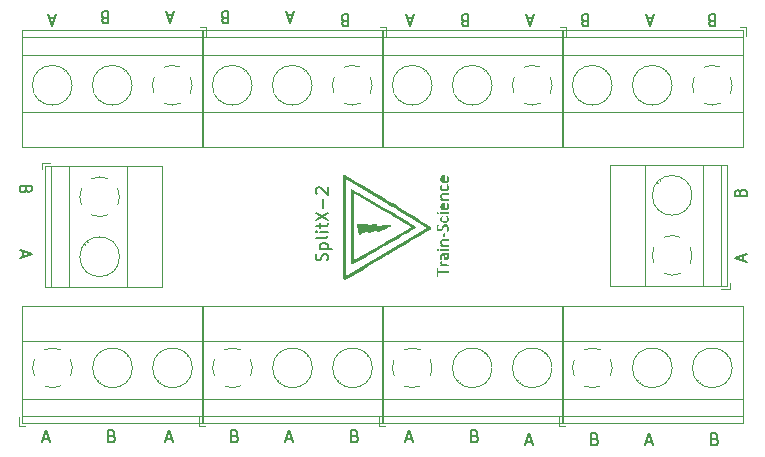
<source format=gbr>
%TF.GenerationSoftware,KiCad,Pcbnew,8.0.2*%
%TF.CreationDate,2024-10-28T21:49:57+01:00*%
%TF.ProjectId,SplitX_2,53706c69-7458-45f3-922e-6b696361645f,rev?*%
%TF.SameCoordinates,Original*%
%TF.FileFunction,Legend,Top*%
%TF.FilePolarity,Positive*%
%FSLAX46Y46*%
G04 Gerber Fmt 4.6, Leading zero omitted, Abs format (unit mm)*
G04 Created by KiCad (PCBNEW 8.0.2) date 2024-10-28 21:49:57*
%MOMM*%
%LPD*%
G01*
G04 APERTURE LIST*
%ADD10C,0.150000*%
%ADD11C,0.120000*%
%ADD12C,0.000000*%
%ADD13R,2.600000X2.600000*%
%ADD14C,2.600000*%
%ADD15C,3.200000*%
G04 APERTURE END LIST*
D10*
X245134190Y-74083104D02*
X245610380Y-74083104D01*
X245038952Y-74368819D02*
X245372285Y-73368819D01*
X245372285Y-73368819D02*
X245705618Y-74368819D01*
X250943715Y-73845009D02*
X251086572Y-73892628D01*
X251086572Y-73892628D02*
X251134191Y-73940247D01*
X251134191Y-73940247D02*
X251181810Y-74035485D01*
X251181810Y-74035485D02*
X251181810Y-74178342D01*
X251181810Y-74178342D02*
X251134191Y-74273580D01*
X251134191Y-74273580D02*
X251086572Y-74321200D01*
X251086572Y-74321200D02*
X250991334Y-74368819D01*
X250991334Y-74368819D02*
X250610382Y-74368819D01*
X250610382Y-74368819D02*
X250610382Y-73368819D01*
X250610382Y-73368819D02*
X250943715Y-73368819D01*
X250943715Y-73368819D02*
X251038953Y-73416438D01*
X251038953Y-73416438D02*
X251086572Y-73464057D01*
X251086572Y-73464057D02*
X251134191Y-73559295D01*
X251134191Y-73559295D02*
X251134191Y-73654533D01*
X251134191Y-73654533D02*
X251086572Y-73749771D01*
X251086572Y-73749771D02*
X251038953Y-73797390D01*
X251038953Y-73797390D02*
X250943715Y-73845009D01*
X250943715Y-73845009D02*
X250610382Y-73845009D01*
X250626571Y-38422990D02*
X250483714Y-38375371D01*
X250483714Y-38375371D02*
X250436095Y-38327752D01*
X250436095Y-38327752D02*
X250388476Y-38232514D01*
X250388476Y-38232514D02*
X250388476Y-38089657D01*
X250388476Y-38089657D02*
X250436095Y-37994419D01*
X250436095Y-37994419D02*
X250483714Y-37946800D01*
X250483714Y-37946800D02*
X250578952Y-37899180D01*
X250578952Y-37899180D02*
X250959904Y-37899180D01*
X250959904Y-37899180D02*
X250959904Y-38899180D01*
X250959904Y-38899180D02*
X250626571Y-38899180D01*
X250626571Y-38899180D02*
X250531333Y-38851561D01*
X250531333Y-38851561D02*
X250483714Y-38803942D01*
X250483714Y-38803942D02*
X250436095Y-38708704D01*
X250436095Y-38708704D02*
X250436095Y-38613466D01*
X250436095Y-38613466D02*
X250483714Y-38518228D01*
X250483714Y-38518228D02*
X250531333Y-38470609D01*
X250531333Y-38470609D02*
X250626571Y-38422990D01*
X250626571Y-38422990D02*
X250959904Y-38422990D01*
X235523809Y-38184895D02*
X235047619Y-38184895D01*
X235619047Y-37899180D02*
X235285714Y-38899180D01*
X235285714Y-38899180D02*
X234952381Y-37899180D01*
X229714284Y-38422990D02*
X229571427Y-38375371D01*
X229571427Y-38375371D02*
X229523808Y-38327752D01*
X229523808Y-38327752D02*
X229476189Y-38232514D01*
X229476189Y-38232514D02*
X229476189Y-38089657D01*
X229476189Y-38089657D02*
X229523808Y-37994419D01*
X229523808Y-37994419D02*
X229571427Y-37946800D01*
X229571427Y-37946800D02*
X229666665Y-37899180D01*
X229666665Y-37899180D02*
X230047617Y-37899180D01*
X230047617Y-37899180D02*
X230047617Y-38899180D01*
X230047617Y-38899180D02*
X229714284Y-38899180D01*
X229714284Y-38899180D02*
X229619046Y-38851561D01*
X229619046Y-38851561D02*
X229571427Y-38803942D01*
X229571427Y-38803942D02*
X229523808Y-38708704D01*
X229523808Y-38708704D02*
X229523808Y-38613466D01*
X229523808Y-38613466D02*
X229571427Y-38518228D01*
X229571427Y-38518228D02*
X229619046Y-38470609D01*
X229619046Y-38470609D02*
X229714284Y-38422990D01*
X229714284Y-38422990D02*
X230047617Y-38422990D01*
X214654190Y-73829104D02*
X215130380Y-73829104D01*
X214558952Y-74114819D02*
X214892285Y-73114819D01*
X214892285Y-73114819D02*
X215225618Y-74114819D01*
X220463715Y-73591009D02*
X220606572Y-73638628D01*
X220606572Y-73638628D02*
X220654191Y-73686247D01*
X220654191Y-73686247D02*
X220701810Y-73781485D01*
X220701810Y-73781485D02*
X220701810Y-73924342D01*
X220701810Y-73924342D02*
X220654191Y-74019580D01*
X220654191Y-74019580D02*
X220606572Y-74067200D01*
X220606572Y-74067200D02*
X220511334Y-74114819D01*
X220511334Y-74114819D02*
X220130382Y-74114819D01*
X220130382Y-74114819D02*
X220130382Y-73114819D01*
X220130382Y-73114819D02*
X220463715Y-73114819D01*
X220463715Y-73114819D02*
X220558953Y-73162438D01*
X220558953Y-73162438D02*
X220606572Y-73210057D01*
X220606572Y-73210057D02*
X220654191Y-73305295D01*
X220654191Y-73305295D02*
X220654191Y-73400533D01*
X220654191Y-73400533D02*
X220606572Y-73495771D01*
X220606572Y-73495771D02*
X220558953Y-73543390D01*
X220558953Y-73543390D02*
X220463715Y-73591009D01*
X220463715Y-73591009D02*
X220130382Y-73591009D01*
X245683809Y-38184895D02*
X245207619Y-38184895D01*
X245779047Y-37899180D02*
X245445714Y-38899180D01*
X245445714Y-38899180D02*
X245112381Y-37899180D01*
X239874284Y-38422990D02*
X239731427Y-38375371D01*
X239731427Y-38375371D02*
X239683808Y-38327752D01*
X239683808Y-38327752D02*
X239636189Y-38232514D01*
X239636189Y-38232514D02*
X239636189Y-38089657D01*
X239636189Y-38089657D02*
X239683808Y-37994419D01*
X239683808Y-37994419D02*
X239731427Y-37946800D01*
X239731427Y-37946800D02*
X239826665Y-37899180D01*
X239826665Y-37899180D02*
X240207617Y-37899180D01*
X240207617Y-37899180D02*
X240207617Y-38899180D01*
X240207617Y-38899180D02*
X239874284Y-38899180D01*
X239874284Y-38899180D02*
X239779046Y-38851561D01*
X239779046Y-38851561D02*
X239731427Y-38803942D01*
X239731427Y-38803942D02*
X239683808Y-38708704D01*
X239683808Y-38708704D02*
X239683808Y-38613466D01*
X239683808Y-38613466D02*
X239731427Y-38518228D01*
X239731427Y-38518228D02*
X239779046Y-38470609D01*
X239779046Y-38470609D02*
X239874284Y-38422990D01*
X239874284Y-38422990D02*
X240207617Y-38422990D01*
X224814190Y-73829104D02*
X225290380Y-73829104D01*
X224718952Y-74114819D02*
X225052285Y-73114819D01*
X225052285Y-73114819D02*
X225385618Y-74114819D01*
X230623715Y-73591009D02*
X230766572Y-73638628D01*
X230766572Y-73638628D02*
X230814191Y-73686247D01*
X230814191Y-73686247D02*
X230861810Y-73781485D01*
X230861810Y-73781485D02*
X230861810Y-73924342D01*
X230861810Y-73924342D02*
X230814191Y-74019580D01*
X230814191Y-74019580D02*
X230766572Y-74067200D01*
X230766572Y-74067200D02*
X230671334Y-74114819D01*
X230671334Y-74114819D02*
X230290382Y-74114819D01*
X230290382Y-74114819D02*
X230290382Y-73114819D01*
X230290382Y-73114819D02*
X230623715Y-73114819D01*
X230623715Y-73114819D02*
X230718953Y-73162438D01*
X230718953Y-73162438D02*
X230766572Y-73210057D01*
X230766572Y-73210057D02*
X230814191Y-73305295D01*
X230814191Y-73305295D02*
X230814191Y-73400533D01*
X230814191Y-73400533D02*
X230766572Y-73495771D01*
X230766572Y-73495771D02*
X230718953Y-73543390D01*
X230718953Y-73543390D02*
X230623715Y-73591009D01*
X230623715Y-73591009D02*
X230290382Y-73591009D01*
X218085200Y-58721237D02*
X218132819Y-58578380D01*
X218132819Y-58578380D02*
X218132819Y-58340285D01*
X218132819Y-58340285D02*
X218085200Y-58245047D01*
X218085200Y-58245047D02*
X218037580Y-58197428D01*
X218037580Y-58197428D02*
X217942342Y-58149809D01*
X217942342Y-58149809D02*
X217847104Y-58149809D01*
X217847104Y-58149809D02*
X217751866Y-58197428D01*
X217751866Y-58197428D02*
X217704247Y-58245047D01*
X217704247Y-58245047D02*
X217656628Y-58340285D01*
X217656628Y-58340285D02*
X217609009Y-58530761D01*
X217609009Y-58530761D02*
X217561390Y-58625999D01*
X217561390Y-58625999D02*
X217513771Y-58673618D01*
X217513771Y-58673618D02*
X217418533Y-58721237D01*
X217418533Y-58721237D02*
X217323295Y-58721237D01*
X217323295Y-58721237D02*
X217228057Y-58673618D01*
X217228057Y-58673618D02*
X217180438Y-58625999D01*
X217180438Y-58625999D02*
X217132819Y-58530761D01*
X217132819Y-58530761D02*
X217132819Y-58292666D01*
X217132819Y-58292666D02*
X217180438Y-58149809D01*
X217466152Y-57721237D02*
X218466152Y-57721237D01*
X217513771Y-57721237D02*
X217466152Y-57625999D01*
X217466152Y-57625999D02*
X217466152Y-57435523D01*
X217466152Y-57435523D02*
X217513771Y-57340285D01*
X217513771Y-57340285D02*
X217561390Y-57292666D01*
X217561390Y-57292666D02*
X217656628Y-57245047D01*
X217656628Y-57245047D02*
X217942342Y-57245047D01*
X217942342Y-57245047D02*
X218037580Y-57292666D01*
X218037580Y-57292666D02*
X218085200Y-57340285D01*
X218085200Y-57340285D02*
X218132819Y-57435523D01*
X218132819Y-57435523D02*
X218132819Y-57625999D01*
X218132819Y-57625999D02*
X218085200Y-57721237D01*
X218132819Y-56673618D02*
X218085200Y-56768856D01*
X218085200Y-56768856D02*
X217989961Y-56816475D01*
X217989961Y-56816475D02*
X217132819Y-56816475D01*
X218132819Y-56292665D02*
X217466152Y-56292665D01*
X217132819Y-56292665D02*
X217180438Y-56340284D01*
X217180438Y-56340284D02*
X217228057Y-56292665D01*
X217228057Y-56292665D02*
X217180438Y-56245046D01*
X217180438Y-56245046D02*
X217132819Y-56292665D01*
X217132819Y-56292665D02*
X217228057Y-56292665D01*
X217466152Y-55959332D02*
X217466152Y-55578380D01*
X217132819Y-55816475D02*
X217989961Y-55816475D01*
X217989961Y-55816475D02*
X218085200Y-55768856D01*
X218085200Y-55768856D02*
X218132819Y-55673618D01*
X218132819Y-55673618D02*
X218132819Y-55578380D01*
X217132819Y-55340284D02*
X218132819Y-54673618D01*
X217132819Y-54673618D02*
X218132819Y-55340284D01*
X217751866Y-54292665D02*
X217751866Y-53530761D01*
X217228057Y-53102189D02*
X217180438Y-53054570D01*
X217180438Y-53054570D02*
X217132819Y-52959332D01*
X217132819Y-52959332D02*
X217132819Y-52721237D01*
X217132819Y-52721237D02*
X217180438Y-52625999D01*
X217180438Y-52625999D02*
X217228057Y-52578380D01*
X217228057Y-52578380D02*
X217323295Y-52530761D01*
X217323295Y-52530761D02*
X217418533Y-52530761D01*
X217418533Y-52530761D02*
X217561390Y-52578380D01*
X217561390Y-52578380D02*
X218132819Y-53149808D01*
X218132819Y-53149808D02*
X218132819Y-52530761D01*
X205043809Y-37930895D02*
X204567619Y-37930895D01*
X205139047Y-37645180D02*
X204805714Y-38645180D01*
X204805714Y-38645180D02*
X204472381Y-37645180D01*
X199234284Y-38168990D02*
X199091427Y-38121371D01*
X199091427Y-38121371D02*
X199043808Y-38073752D01*
X199043808Y-38073752D02*
X198996189Y-37978514D01*
X198996189Y-37978514D02*
X198996189Y-37835657D01*
X198996189Y-37835657D02*
X199043808Y-37740419D01*
X199043808Y-37740419D02*
X199091427Y-37692800D01*
X199091427Y-37692800D02*
X199186665Y-37645180D01*
X199186665Y-37645180D02*
X199567617Y-37645180D01*
X199567617Y-37645180D02*
X199567617Y-38645180D01*
X199567617Y-38645180D02*
X199234284Y-38645180D01*
X199234284Y-38645180D02*
X199139046Y-38597561D01*
X199139046Y-38597561D02*
X199091427Y-38549942D01*
X199091427Y-38549942D02*
X199043808Y-38454704D01*
X199043808Y-38454704D02*
X199043808Y-38359466D01*
X199043808Y-38359466D02*
X199091427Y-38264228D01*
X199091427Y-38264228D02*
X199139046Y-38216609D01*
X199139046Y-38216609D02*
X199234284Y-38168990D01*
X199234284Y-38168990D02*
X199567617Y-38168990D01*
X225363809Y-38184895D02*
X224887619Y-38184895D01*
X225459047Y-37899180D02*
X225125714Y-38899180D01*
X225125714Y-38899180D02*
X224792381Y-37899180D01*
X219554284Y-38422990D02*
X219411427Y-38375371D01*
X219411427Y-38375371D02*
X219363808Y-38327752D01*
X219363808Y-38327752D02*
X219316189Y-38232514D01*
X219316189Y-38232514D02*
X219316189Y-38089657D01*
X219316189Y-38089657D02*
X219363808Y-37994419D01*
X219363808Y-37994419D02*
X219411427Y-37946800D01*
X219411427Y-37946800D02*
X219506665Y-37899180D01*
X219506665Y-37899180D02*
X219887617Y-37899180D01*
X219887617Y-37899180D02*
X219887617Y-38899180D01*
X219887617Y-38899180D02*
X219554284Y-38899180D01*
X219554284Y-38899180D02*
X219459046Y-38851561D01*
X219459046Y-38851561D02*
X219411427Y-38803942D01*
X219411427Y-38803942D02*
X219363808Y-38708704D01*
X219363808Y-38708704D02*
X219363808Y-38613466D01*
X219363808Y-38613466D02*
X219411427Y-38518228D01*
X219411427Y-38518228D02*
X219459046Y-38470609D01*
X219459046Y-38470609D02*
X219554284Y-38422990D01*
X219554284Y-38422990D02*
X219887617Y-38422990D01*
X204494190Y-73829104D02*
X204970380Y-73829104D01*
X204398952Y-74114819D02*
X204732285Y-73114819D01*
X204732285Y-73114819D02*
X205065618Y-74114819D01*
X210303715Y-73591009D02*
X210446572Y-73638628D01*
X210446572Y-73638628D02*
X210494191Y-73686247D01*
X210494191Y-73686247D02*
X210541810Y-73781485D01*
X210541810Y-73781485D02*
X210541810Y-73924342D01*
X210541810Y-73924342D02*
X210494191Y-74019580D01*
X210494191Y-74019580D02*
X210446572Y-74067200D01*
X210446572Y-74067200D02*
X210351334Y-74114819D01*
X210351334Y-74114819D02*
X209970382Y-74114819D01*
X209970382Y-74114819D02*
X209970382Y-73114819D01*
X209970382Y-73114819D02*
X210303715Y-73114819D01*
X210303715Y-73114819D02*
X210398953Y-73162438D01*
X210398953Y-73162438D02*
X210446572Y-73210057D01*
X210446572Y-73210057D02*
X210494191Y-73305295D01*
X210494191Y-73305295D02*
X210494191Y-73400533D01*
X210494191Y-73400533D02*
X210446572Y-73495771D01*
X210446572Y-73495771D02*
X210398953Y-73543390D01*
X210398953Y-73543390D02*
X210303715Y-73591009D01*
X210303715Y-73591009D02*
X209970382Y-73591009D01*
X215203809Y-37930895D02*
X214727619Y-37930895D01*
X215299047Y-37645180D02*
X214965714Y-38645180D01*
X214965714Y-38645180D02*
X214632381Y-37645180D01*
X209394284Y-38168990D02*
X209251427Y-38121371D01*
X209251427Y-38121371D02*
X209203808Y-38073752D01*
X209203808Y-38073752D02*
X209156189Y-37978514D01*
X209156189Y-37978514D02*
X209156189Y-37835657D01*
X209156189Y-37835657D02*
X209203808Y-37740419D01*
X209203808Y-37740419D02*
X209251427Y-37692800D01*
X209251427Y-37692800D02*
X209346665Y-37645180D01*
X209346665Y-37645180D02*
X209727617Y-37645180D01*
X209727617Y-37645180D02*
X209727617Y-38645180D01*
X209727617Y-38645180D02*
X209394284Y-38645180D01*
X209394284Y-38645180D02*
X209299046Y-38597561D01*
X209299046Y-38597561D02*
X209251427Y-38549942D01*
X209251427Y-38549942D02*
X209203808Y-38454704D01*
X209203808Y-38454704D02*
X209203808Y-38359466D01*
X209203808Y-38359466D02*
X209251427Y-38264228D01*
X209251427Y-38264228D02*
X209299046Y-38216609D01*
X209299046Y-38216609D02*
X209394284Y-38168990D01*
X209394284Y-38168990D02*
X209727617Y-38168990D01*
X192600990Y-52729142D02*
X192553371Y-52871999D01*
X192553371Y-52871999D02*
X192505752Y-52919618D01*
X192505752Y-52919618D02*
X192410514Y-52967237D01*
X192410514Y-52967237D02*
X192267657Y-52967237D01*
X192267657Y-52967237D02*
X192172419Y-52919618D01*
X192172419Y-52919618D02*
X192124800Y-52871999D01*
X192124800Y-52871999D02*
X192077180Y-52776761D01*
X192077180Y-52776761D02*
X192077180Y-52395809D01*
X192077180Y-52395809D02*
X193077180Y-52395809D01*
X193077180Y-52395809D02*
X193077180Y-52729142D01*
X193077180Y-52729142D02*
X193029561Y-52824380D01*
X193029561Y-52824380D02*
X192981942Y-52871999D01*
X192981942Y-52871999D02*
X192886704Y-52919618D01*
X192886704Y-52919618D02*
X192791466Y-52919618D01*
X192791466Y-52919618D02*
X192696228Y-52871999D01*
X192696228Y-52871999D02*
X192648609Y-52824380D01*
X192648609Y-52824380D02*
X192600990Y-52729142D01*
X192600990Y-52729142D02*
X192600990Y-52395809D01*
X192362895Y-57919620D02*
X192362895Y-58395810D01*
X192077180Y-57824382D02*
X193077180Y-58157715D01*
X193077180Y-58157715D02*
X192077180Y-58491048D01*
X194080190Y-73829104D02*
X194556380Y-73829104D01*
X193984952Y-74114819D02*
X194318285Y-73114819D01*
X194318285Y-73114819D02*
X194651618Y-74114819D01*
X199889715Y-73591009D02*
X200032572Y-73638628D01*
X200032572Y-73638628D02*
X200080191Y-73686247D01*
X200080191Y-73686247D02*
X200127810Y-73781485D01*
X200127810Y-73781485D02*
X200127810Y-73924342D01*
X200127810Y-73924342D02*
X200080191Y-74019580D01*
X200080191Y-74019580D02*
X200032572Y-74067200D01*
X200032572Y-74067200D02*
X199937334Y-74114819D01*
X199937334Y-74114819D02*
X199556382Y-74114819D01*
X199556382Y-74114819D02*
X199556382Y-73114819D01*
X199556382Y-73114819D02*
X199889715Y-73114819D01*
X199889715Y-73114819D02*
X199984953Y-73162438D01*
X199984953Y-73162438D02*
X200032572Y-73210057D01*
X200032572Y-73210057D02*
X200080191Y-73305295D01*
X200080191Y-73305295D02*
X200080191Y-73400533D01*
X200080191Y-73400533D02*
X200032572Y-73495771D01*
X200032572Y-73495771D02*
X199984953Y-73543390D01*
X199984953Y-73543390D02*
X199889715Y-73591009D01*
X199889715Y-73591009D02*
X199556382Y-73591009D01*
X195056094Y-38184895D02*
X194579904Y-38184895D01*
X195151332Y-37899180D02*
X194817999Y-38899180D01*
X194817999Y-38899180D02*
X194484666Y-37899180D01*
X234974190Y-74083104D02*
X235450380Y-74083104D01*
X234878952Y-74368819D02*
X235212285Y-73368819D01*
X235212285Y-73368819D02*
X235545618Y-74368819D01*
X240783715Y-73845009D02*
X240926572Y-73892628D01*
X240926572Y-73892628D02*
X240974191Y-73940247D01*
X240974191Y-73940247D02*
X241021810Y-74035485D01*
X241021810Y-74035485D02*
X241021810Y-74178342D01*
X241021810Y-74178342D02*
X240974191Y-74273580D01*
X240974191Y-74273580D02*
X240926572Y-74321200D01*
X240926572Y-74321200D02*
X240831334Y-74368819D01*
X240831334Y-74368819D02*
X240450382Y-74368819D01*
X240450382Y-74368819D02*
X240450382Y-73368819D01*
X240450382Y-73368819D02*
X240783715Y-73368819D01*
X240783715Y-73368819D02*
X240878953Y-73416438D01*
X240878953Y-73416438D02*
X240926572Y-73464057D01*
X240926572Y-73464057D02*
X240974191Y-73559295D01*
X240974191Y-73559295D02*
X240974191Y-73654533D01*
X240974191Y-73654533D02*
X240926572Y-73749771D01*
X240926572Y-73749771D02*
X240878953Y-73797390D01*
X240878953Y-73797390D02*
X240783715Y-73845009D01*
X240783715Y-73845009D02*
X240450382Y-73845009D01*
X253316104Y-58769809D02*
X253316104Y-58293619D01*
X253601819Y-58865047D02*
X252601819Y-58531714D01*
X252601819Y-58531714D02*
X253601819Y-58198381D01*
X253078009Y-52960284D02*
X253125628Y-52817427D01*
X253125628Y-52817427D02*
X253173247Y-52769808D01*
X253173247Y-52769808D02*
X253268485Y-52722189D01*
X253268485Y-52722189D02*
X253411342Y-52722189D01*
X253411342Y-52722189D02*
X253506580Y-52769808D01*
X253506580Y-52769808D02*
X253554200Y-52817427D01*
X253554200Y-52817427D02*
X253601819Y-52912665D01*
X253601819Y-52912665D02*
X253601819Y-53293617D01*
X253601819Y-53293617D02*
X252601819Y-53293617D01*
X252601819Y-53293617D02*
X252601819Y-52960284D01*
X252601819Y-52960284D02*
X252649438Y-52865046D01*
X252649438Y-52865046D02*
X252697057Y-52817427D01*
X252697057Y-52817427D02*
X252792295Y-52769808D01*
X252792295Y-52769808D02*
X252887533Y-52769808D01*
X252887533Y-52769808D02*
X252982771Y-52817427D01*
X252982771Y-52817427D02*
X253030390Y-52865046D01*
X253030390Y-52865046D02*
X253078009Y-52960284D01*
X253078009Y-52960284D02*
X253078009Y-53293617D01*
D11*
%TO.C,J5*%
X223058000Y-39731000D02*
X223058000Y-38991000D01*
X223058000Y-38991000D02*
X222558000Y-38991000D01*
X222818000Y-49152000D02*
X222818000Y-39231000D01*
X222818000Y-49152000D02*
X207458000Y-49152000D01*
X222818000Y-46192000D02*
X207458000Y-46192000D01*
X222818000Y-41291000D02*
X207458000Y-41291000D01*
X222818000Y-39791000D02*
X207458000Y-39791000D01*
X222818000Y-39231000D02*
X207458000Y-39231000D01*
X216365000Y-42868000D02*
X216412000Y-42822000D01*
X216172000Y-42652000D02*
X216207000Y-42617000D01*
X214068000Y-45166000D02*
X214103000Y-45130000D01*
X213863000Y-44960000D02*
X213910000Y-44914000D01*
X211285000Y-42868000D02*
X211332000Y-42822000D01*
X211092000Y-42652000D02*
X211127000Y-42617000D01*
X208988000Y-45166000D02*
X209023000Y-45130000D01*
X208783000Y-44960000D02*
X208830000Y-44914000D01*
X207458000Y-49152000D02*
X207458000Y-39231000D01*
X221753427Y-43207958D02*
G75*
G02*
X221753000Y-44575000I-1535420J-683041D01*
G01*
X220901042Y-45426427D02*
G75*
G02*
X219534000Y-45426000I-683041J1535420D01*
G01*
X220189195Y-42210747D02*
G75*
G02*
X220902000Y-42356000I28806J-1680254D01*
G01*
X219534682Y-42356244D02*
G75*
G02*
X220218000Y-42211000I683318J-1534756D01*
G01*
X218682573Y-44574042D02*
G75*
G02*
X218683000Y-43207000I1535427J683042D01*
G01*
X216818000Y-43891000D02*
G75*
G02*
X213458000Y-43891000I-1680000J0D01*
G01*
X213458000Y-43891000D02*
G75*
G02*
X216818000Y-43891000I1680000J0D01*
G01*
X211738000Y-43891000D02*
G75*
G02*
X208378000Y-43891000I-1680000J0D01*
G01*
X208378000Y-43891000D02*
G75*
G02*
X211738000Y-43891000I1680000J0D01*
G01*
%TO.C,J6*%
X207240000Y-71978000D02*
X207240000Y-72718000D01*
X207240000Y-72718000D02*
X207740000Y-72718000D01*
X207480000Y-62557000D02*
X207480000Y-72478000D01*
X207480000Y-62557000D02*
X222840000Y-62557000D01*
X207480000Y-65517000D02*
X222840000Y-65517000D01*
X207480000Y-70418000D02*
X222840000Y-70418000D01*
X207480000Y-71918000D02*
X222840000Y-71918000D01*
X207480000Y-72478000D02*
X222840000Y-72478000D01*
X213933000Y-68841000D02*
X213886000Y-68887000D01*
X214126000Y-69057000D02*
X214091000Y-69092000D01*
X216230000Y-66543000D02*
X216195000Y-66579000D01*
X216435000Y-66749000D02*
X216388000Y-66795000D01*
X219013000Y-68841000D02*
X218966000Y-68887000D01*
X219206000Y-69057000D02*
X219171000Y-69092000D01*
X221310000Y-66543000D02*
X221275000Y-66579000D01*
X221515000Y-66749000D02*
X221468000Y-66795000D01*
X222840000Y-62557000D02*
X222840000Y-72478000D01*
X208544573Y-68501042D02*
G75*
G02*
X208545000Y-67134000I1535420J683041D01*
G01*
X209396958Y-66282573D02*
G75*
G02*
X210764000Y-66283000I683041J-1535420D01*
G01*
X210108805Y-69498253D02*
G75*
G02*
X209396000Y-69353000I-28806J1680254D01*
G01*
X210763318Y-69352756D02*
G75*
G02*
X210080000Y-69498000I-683318J1534756D01*
G01*
X211615427Y-67134958D02*
G75*
G02*
X211615000Y-68502000I-1535427J-683042D01*
G01*
X216840000Y-67818000D02*
G75*
G02*
X213480000Y-67818000I-1680000J0D01*
G01*
X213480000Y-67818000D02*
G75*
G02*
X216840000Y-67818000I1680000J0D01*
G01*
X221920000Y-67818000D02*
G75*
G02*
X218560000Y-67818000I-1680000J0D01*
G01*
X218560000Y-67818000D02*
G75*
G02*
X221920000Y-67818000I1680000J0D01*
G01*
%TO.C,J4*%
X192000000Y-71978000D02*
X192000000Y-72718000D01*
X192000000Y-72718000D02*
X192500000Y-72718000D01*
X192240000Y-62557000D02*
X192240000Y-72478000D01*
X192240000Y-62557000D02*
X207600000Y-62557000D01*
X192240000Y-65517000D02*
X207600000Y-65517000D01*
X192240000Y-70418000D02*
X207600000Y-70418000D01*
X192240000Y-71918000D02*
X207600000Y-71918000D01*
X192240000Y-72478000D02*
X207600000Y-72478000D01*
X198693000Y-68841000D02*
X198646000Y-68887000D01*
X198886000Y-69057000D02*
X198851000Y-69092000D01*
X200990000Y-66543000D02*
X200955000Y-66579000D01*
X201195000Y-66749000D02*
X201148000Y-66795000D01*
X203773000Y-68841000D02*
X203726000Y-68887000D01*
X203966000Y-69057000D02*
X203931000Y-69092000D01*
X206070000Y-66543000D02*
X206035000Y-66579000D01*
X206275000Y-66749000D02*
X206228000Y-66795000D01*
X207600000Y-62557000D02*
X207600000Y-72478000D01*
X193304573Y-68501042D02*
G75*
G02*
X193305000Y-67134000I1535420J683041D01*
G01*
X194156958Y-66282573D02*
G75*
G02*
X195524000Y-66283000I683041J-1535420D01*
G01*
X194868805Y-69498253D02*
G75*
G02*
X194156000Y-69353000I-28806J1680254D01*
G01*
X195523318Y-69352756D02*
G75*
G02*
X194840000Y-69498000I-683318J1534756D01*
G01*
X196375427Y-67134958D02*
G75*
G02*
X196375000Y-68502000I-1535427J-683042D01*
G01*
X201600000Y-67818000D02*
G75*
G02*
X198240000Y-67818000I-1680000J0D01*
G01*
X198240000Y-67818000D02*
G75*
G02*
X201600000Y-67818000I1680000J0D01*
G01*
X206680000Y-67818000D02*
G75*
G02*
X203320000Y-67818000I-1680000J0D01*
G01*
X203320000Y-67818000D02*
G75*
G02*
X206680000Y-67818000I1680000J0D01*
G01*
%TO.C,J1*%
X194671000Y-50495000D02*
X193931000Y-50495000D01*
X193931000Y-50495000D02*
X193931000Y-50995000D01*
X204092000Y-50735000D02*
X194171000Y-50735000D01*
X204092000Y-50735000D02*
X204092000Y-61015000D01*
X201132000Y-50735000D02*
X201132000Y-61015000D01*
X196231000Y-50735000D02*
X196231000Y-61015000D01*
X194731000Y-50735000D02*
X194731000Y-61015000D01*
X194171000Y-50735000D02*
X194171000Y-61015000D01*
X197808000Y-57188000D02*
X197762000Y-57141000D01*
X197592000Y-57381000D02*
X197557000Y-57346000D01*
X200106000Y-59485000D02*
X200070000Y-59450000D01*
X199900000Y-59690000D02*
X199854000Y-59643000D01*
X204092000Y-61015000D02*
X194171000Y-61015000D01*
X198147958Y-51799573D02*
G75*
G02*
X199515000Y-51800000I683041J-1535420D01*
G01*
X200366427Y-52651958D02*
G75*
G02*
X200366000Y-54019000I-1535420J-683041D01*
G01*
X197150747Y-53363805D02*
G75*
G02*
X197296000Y-52651000I1680254J28806D01*
G01*
X197296244Y-54018318D02*
G75*
G02*
X197151000Y-53335000I1534756J683318D01*
G01*
X199514042Y-54870427D02*
G75*
G02*
X198147000Y-54870000I-683042J1535427D01*
G01*
X200511000Y-58415000D02*
G75*
G02*
X197151000Y-58415000I-1680000J0D01*
G01*
X197151000Y-58415000D02*
G75*
G02*
X200511000Y-58415000I1680000J0D01*
G01*
%TO.C,J8*%
X222458000Y-71978000D02*
X222458000Y-72718000D01*
X222458000Y-72718000D02*
X222958000Y-72718000D01*
X222698000Y-62557000D02*
X222698000Y-72478000D01*
X222698000Y-62557000D02*
X238058000Y-62557000D01*
X222698000Y-65517000D02*
X238058000Y-65517000D01*
X222698000Y-70418000D02*
X238058000Y-70418000D01*
X222698000Y-71918000D02*
X238058000Y-71918000D01*
X222698000Y-72478000D02*
X238058000Y-72478000D01*
X229151000Y-68841000D02*
X229104000Y-68887000D01*
X229344000Y-69057000D02*
X229309000Y-69092000D01*
X231448000Y-66543000D02*
X231413000Y-66579000D01*
X231653000Y-66749000D02*
X231606000Y-66795000D01*
X234231000Y-68841000D02*
X234184000Y-68887000D01*
X234424000Y-69057000D02*
X234389000Y-69092000D01*
X236528000Y-66543000D02*
X236493000Y-66579000D01*
X236733000Y-66749000D02*
X236686000Y-66795000D01*
X238058000Y-62557000D02*
X238058000Y-72478000D01*
X223762573Y-68501042D02*
G75*
G02*
X223763000Y-67134000I1535420J683041D01*
G01*
X224614958Y-66282573D02*
G75*
G02*
X225982000Y-66283000I683041J-1535420D01*
G01*
X225326805Y-69498253D02*
G75*
G02*
X224614000Y-69353000I-28806J1680254D01*
G01*
X225981318Y-69352756D02*
G75*
G02*
X225298000Y-69498000I-683318J1534756D01*
G01*
X226833427Y-67134958D02*
G75*
G02*
X226833000Y-68502000I-1535427J-683042D01*
G01*
X232058000Y-67818000D02*
G75*
G02*
X228698000Y-67818000I-1680000J0D01*
G01*
X228698000Y-67818000D02*
G75*
G02*
X232058000Y-67818000I1680000J0D01*
G01*
X237138000Y-67818000D02*
G75*
G02*
X233778000Y-67818000I-1680000J0D01*
G01*
X233778000Y-67818000D02*
G75*
G02*
X237138000Y-67818000I1680000J0D01*
G01*
%TO.C,J2*%
X253543000Y-39731000D02*
X253543000Y-38991000D01*
X253543000Y-38991000D02*
X253043000Y-38991000D01*
X253303000Y-49152000D02*
X253303000Y-39231000D01*
X253303000Y-49152000D02*
X237943000Y-49152000D01*
X253303000Y-46192000D02*
X237943000Y-46192000D01*
X253303000Y-41291000D02*
X237943000Y-41291000D01*
X253303000Y-39791000D02*
X237943000Y-39791000D01*
X253303000Y-39231000D02*
X237943000Y-39231000D01*
X246850000Y-42868000D02*
X246897000Y-42822000D01*
X246657000Y-42652000D02*
X246692000Y-42617000D01*
X244553000Y-45166000D02*
X244588000Y-45130000D01*
X244348000Y-44960000D02*
X244395000Y-44914000D01*
X241770000Y-42868000D02*
X241817000Y-42822000D01*
X241577000Y-42652000D02*
X241612000Y-42617000D01*
X239473000Y-45166000D02*
X239508000Y-45130000D01*
X239268000Y-44960000D02*
X239315000Y-44914000D01*
X237943000Y-49152000D02*
X237943000Y-39231000D01*
X252238427Y-43207958D02*
G75*
G02*
X252238000Y-44575000I-1535420J-683041D01*
G01*
X251386042Y-45426427D02*
G75*
G02*
X250019000Y-45426000I-683041J1535420D01*
G01*
X250674195Y-42210747D02*
G75*
G02*
X251387000Y-42356000I28806J-1680254D01*
G01*
X250019682Y-42356244D02*
G75*
G02*
X250703000Y-42211000I683318J-1534756D01*
G01*
X249167573Y-44574042D02*
G75*
G02*
X249168000Y-43207000I1535427J683042D01*
G01*
X247303000Y-43891000D02*
G75*
G02*
X243943000Y-43891000I-1680000J0D01*
G01*
X243943000Y-43891000D02*
G75*
G02*
X247303000Y-43891000I1680000J0D01*
G01*
X242223000Y-43891000D02*
G75*
G02*
X238863000Y-43891000I-1680000J0D01*
G01*
X238863000Y-43891000D02*
G75*
G02*
X242223000Y-43891000I1680000J0D01*
G01*
%TO.C,J7*%
X207818000Y-39731000D02*
X207818000Y-38991000D01*
X207818000Y-38991000D02*
X207318000Y-38991000D01*
X207578000Y-49152000D02*
X207578000Y-39231000D01*
X207578000Y-49152000D02*
X192218000Y-49152000D01*
X207578000Y-46192000D02*
X192218000Y-46192000D01*
X207578000Y-41291000D02*
X192218000Y-41291000D01*
X207578000Y-39791000D02*
X192218000Y-39791000D01*
X207578000Y-39231000D02*
X192218000Y-39231000D01*
X201125000Y-42868000D02*
X201172000Y-42822000D01*
X200932000Y-42652000D02*
X200967000Y-42617000D01*
X198828000Y-45166000D02*
X198863000Y-45130000D01*
X198623000Y-44960000D02*
X198670000Y-44914000D01*
X196045000Y-42868000D02*
X196092000Y-42822000D01*
X195852000Y-42652000D02*
X195887000Y-42617000D01*
X193748000Y-45166000D02*
X193783000Y-45130000D01*
X193543000Y-44960000D02*
X193590000Y-44914000D01*
X192218000Y-49152000D02*
X192218000Y-39231000D01*
X206513427Y-43207958D02*
G75*
G02*
X206513000Y-44575000I-1535420J-683041D01*
G01*
X205661042Y-45426427D02*
G75*
G02*
X204294000Y-45426000I-683041J1535420D01*
G01*
X204949195Y-42210747D02*
G75*
G02*
X205662000Y-42356000I28806J-1680254D01*
G01*
X204294682Y-42356244D02*
G75*
G02*
X204978000Y-42211000I683318J-1534756D01*
G01*
X203442573Y-44574042D02*
G75*
G02*
X203443000Y-43207000I1535427J683042D01*
G01*
X201578000Y-43891000D02*
G75*
G02*
X198218000Y-43891000I-1680000J0D01*
G01*
X198218000Y-43891000D02*
G75*
G02*
X201578000Y-43891000I1680000J0D01*
G01*
X196498000Y-43891000D02*
G75*
G02*
X193138000Y-43891000I-1680000J0D01*
G01*
X193138000Y-43891000D02*
G75*
G02*
X196498000Y-43891000I1680000J0D01*
G01*
%TO.C,J9*%
X237704000Y-71978000D02*
X237704000Y-72718000D01*
X237704000Y-72718000D02*
X238204000Y-72718000D01*
X237944000Y-62557000D02*
X237944000Y-72478000D01*
X237944000Y-62557000D02*
X253304000Y-62557000D01*
X237944000Y-65517000D02*
X253304000Y-65517000D01*
X237944000Y-70418000D02*
X253304000Y-70418000D01*
X237944000Y-71918000D02*
X253304000Y-71918000D01*
X237944000Y-72478000D02*
X253304000Y-72478000D01*
X244397000Y-68841000D02*
X244350000Y-68887000D01*
X244590000Y-69057000D02*
X244555000Y-69092000D01*
X246694000Y-66543000D02*
X246659000Y-66579000D01*
X246899000Y-66749000D02*
X246852000Y-66795000D01*
X249477000Y-68841000D02*
X249430000Y-68887000D01*
X249670000Y-69057000D02*
X249635000Y-69092000D01*
X251774000Y-66543000D02*
X251739000Y-66579000D01*
X251979000Y-66749000D02*
X251932000Y-66795000D01*
X253304000Y-62557000D02*
X253304000Y-72478000D01*
X239008573Y-68501042D02*
G75*
G02*
X239009000Y-67134000I1535420J683041D01*
G01*
X239860958Y-66282573D02*
G75*
G02*
X241228000Y-66283000I683041J-1535420D01*
G01*
X240572805Y-69498253D02*
G75*
G02*
X239860000Y-69353000I-28806J1680254D01*
G01*
X241227318Y-69352756D02*
G75*
G02*
X240544000Y-69498000I-683318J1534756D01*
G01*
X242079427Y-67134958D02*
G75*
G02*
X242079000Y-68502000I-1535427J-683042D01*
G01*
X247304000Y-67818000D02*
G75*
G02*
X243944000Y-67818000I-1680000J0D01*
G01*
X243944000Y-67818000D02*
G75*
G02*
X247304000Y-67818000I1680000J0D01*
G01*
X252384000Y-67818000D02*
G75*
G02*
X249024000Y-67818000I-1680000J0D01*
G01*
X249024000Y-67818000D02*
G75*
G02*
X252384000Y-67818000I1680000J0D01*
G01*
D12*
%TO.C,G\u002A\u002A\u002A*%
G36*
X228406200Y-57908137D02*
G01*
X227665769Y-57908137D01*
X227665769Y-57747174D01*
X228406200Y-57747174D01*
X228406200Y-57908137D01*
G37*
G36*
X228406200Y-54817643D02*
G01*
X227665769Y-54817643D01*
X227665769Y-54656679D01*
X228406200Y-54656679D01*
X228406200Y-54817643D01*
G37*
G36*
X227531300Y-57777497D02*
G01*
X227536999Y-57831794D01*
X227525959Y-57891040D01*
X227481786Y-57904208D01*
X227464565Y-57902328D01*
X227406361Y-57871057D01*
X227380714Y-57814811D01*
X227393565Y-57759051D01*
X227425528Y-57735070D01*
X227495248Y-57728957D01*
X227531300Y-57777497D01*
G37*
G36*
X227531300Y-54687002D02*
G01*
X227536999Y-54741300D01*
X227525959Y-54800546D01*
X227481786Y-54813714D01*
X227464565Y-54811833D01*
X227406361Y-54780562D01*
X227380714Y-54724317D01*
X227393565Y-54668557D01*
X227425528Y-54644576D01*
X227495248Y-54638463D01*
X227531300Y-54687002D01*
G37*
G36*
X228026166Y-56370951D02*
G01*
X228043260Y-56400453D01*
X228050672Y-56470351D01*
X228052081Y-56569781D01*
X228048841Y-56688268D01*
X228037353Y-56754379D01*
X228014965Y-56779883D01*
X228004406Y-56781394D01*
X227961919Y-56753403D01*
X227934845Y-56682697D01*
X227923599Y-56589175D01*
X227928600Y-56492737D01*
X227950266Y-56413283D01*
X227989014Y-56370713D01*
X227995744Y-56368845D01*
X228026166Y-56370951D01*
G37*
G36*
X227480657Y-59334092D02*
G01*
X227499683Y-59373451D01*
X227504782Y-59459073D01*
X227504806Y-59469480D01*
X227504806Y-59614347D01*
X228406200Y-59614347D01*
X228406200Y-59775310D01*
X227508334Y-59775310D01*
X227498522Y-59927936D01*
X227485408Y-60028526D01*
X227459105Y-60078923D01*
X227432373Y-60091260D01*
X227408588Y-60090399D01*
X227392589Y-60070335D01*
X227382863Y-60020901D01*
X227377892Y-59931928D01*
X227376161Y-59793250D01*
X227376036Y-59713286D01*
X227376660Y-59549632D01*
X227379709Y-59439722D01*
X227386945Y-59372918D01*
X227400129Y-59338582D01*
X227421024Y-59326076D01*
X227440421Y-59324613D01*
X227480657Y-59334092D01*
G37*
G36*
X227777633Y-58792873D02*
G01*
X227794013Y-58850283D01*
X227794540Y-58872091D01*
X227812752Y-58960170D01*
X227871818Y-59019695D01*
X227978385Y-59054100D01*
X228139100Y-59066820D01*
X228171919Y-59067072D01*
X228292488Y-59068151D01*
X228362440Y-59074538D01*
X228395539Y-59090963D01*
X228405549Y-59122154D01*
X228406200Y-59147554D01*
X228406200Y-59228035D01*
X227665769Y-59228035D01*
X227665769Y-59147554D01*
X227677174Y-59087060D01*
X227699095Y-59067072D01*
X227715977Y-59047366D01*
X227699095Y-59004803D01*
X227667196Y-58912476D01*
X227669074Y-58832967D01*
X227702259Y-58784379D01*
X227730155Y-58777338D01*
X227777633Y-58792873D01*
G37*
G36*
X228295108Y-52290377D02*
G01*
X228352764Y-52345331D01*
X228392981Y-52436735D01*
X228406200Y-52538007D01*
X228392144Y-52643070D01*
X228340169Y-52729476D01*
X228308323Y-52763565D01*
X228248957Y-52817730D01*
X228194703Y-52845240D01*
X228122215Y-52852723D01*
X228013733Y-52847213D01*
X227851108Y-52816761D01*
X227741042Y-52751074D01*
X227680527Y-52647443D01*
X227665769Y-52533736D01*
X227682371Y-52423854D01*
X227725368Y-52336895D01*
X227784548Y-52287209D01*
X227842197Y-52285822D01*
X227880981Y-52307105D01*
X227871557Y-52337801D01*
X227847211Y-52366159D01*
X227802500Y-52455499D01*
X227801442Y-52557057D01*
X227844260Y-52641462D01*
X227845129Y-52642339D01*
X227918078Y-52678643D01*
X228022878Y-52692505D01*
X228131032Y-52683926D01*
X228214043Y-52652905D01*
X228226841Y-52642339D01*
X228270246Y-52558361D01*
X228269772Y-52456839D01*
X228225642Y-52367143D01*
X228224759Y-52366159D01*
X228190129Y-52320884D01*
X228202932Y-52297453D01*
X228229773Y-52285822D01*
X228295108Y-52290377D01*
G37*
G36*
X228295108Y-54962367D02*
G01*
X228352764Y-55017321D01*
X228392981Y-55108725D01*
X228406200Y-55209997D01*
X228392144Y-55315060D01*
X228340169Y-55401466D01*
X228308323Y-55435554D01*
X228248957Y-55489720D01*
X228194703Y-55517230D01*
X228122215Y-55524713D01*
X228013733Y-55519202D01*
X227851108Y-55488751D01*
X227741042Y-55423064D01*
X227680527Y-55319433D01*
X227665769Y-55205726D01*
X227682371Y-55095844D01*
X227725368Y-55008885D01*
X227784548Y-54959199D01*
X227842197Y-54957812D01*
X227880981Y-54979095D01*
X227871557Y-55009791D01*
X227847211Y-55038149D01*
X227802500Y-55127489D01*
X227801442Y-55229046D01*
X227844260Y-55313452D01*
X227845129Y-55314329D01*
X227916454Y-55350026D01*
X228026249Y-55364829D01*
X228035985Y-55364918D01*
X228147813Y-55352068D01*
X228223116Y-55317808D01*
X228226841Y-55314329D01*
X228270246Y-55230351D01*
X228269772Y-55128829D01*
X228225642Y-55039132D01*
X228224759Y-55038149D01*
X228190129Y-54992874D01*
X228202932Y-54969442D01*
X228229773Y-54957812D01*
X228295108Y-54962367D01*
G37*
G36*
X228399021Y-58334320D02*
G01*
X228395821Y-58491055D01*
X228377617Y-58595337D01*
X228354932Y-58643052D01*
X228281657Y-58697997D01*
X228185537Y-58711800D01*
X228169434Y-58706579D01*
X228094887Y-58682410D01*
X228071690Y-58663578D01*
X228028608Y-58594915D01*
X227988717Y-58491053D01*
X227961723Y-58380848D01*
X227955683Y-58318593D01*
X227951486Y-58309399D01*
X228086870Y-58309399D01*
X228094989Y-58380200D01*
X228124669Y-58491613D01*
X228169434Y-58543371D01*
X228226977Y-58541178D01*
X228263887Y-58497211D01*
X228276708Y-58421587D01*
X228264034Y-58342907D01*
X228238799Y-58300887D01*
X228175033Y-58267663D01*
X228138009Y-58262256D01*
X228098273Y-58271113D01*
X228086870Y-58309399D01*
X227951486Y-58309399D01*
X227933832Y-58270730D01*
X227876663Y-58269171D01*
X227829951Y-58291779D01*
X227803964Y-58328450D01*
X227796689Y-58402247D01*
X227803480Y-58500538D01*
X227810973Y-58606931D01*
X227804184Y-58662746D01*
X227781278Y-58680575D01*
X227777250Y-58680760D01*
X227721209Y-58650723D01*
X227683257Y-58565633D01*
X227666364Y-58433023D01*
X227665769Y-58398132D01*
X227673768Y-58285320D01*
X227704130Y-58206525D01*
X227766404Y-58155297D01*
X227870138Y-58125189D01*
X228024881Y-58109750D01*
X228097661Y-58106439D01*
X228394149Y-58095488D01*
X228399021Y-58334320D01*
G37*
G36*
X228201564Y-55656175D02*
G01*
X228303535Y-55715918D01*
X228358471Y-55784505D01*
X228394535Y-55898443D01*
X228404193Y-56030995D01*
X228387597Y-56154362D01*
X228356086Y-56226956D01*
X228300052Y-56283630D01*
X228250510Y-56299312D01*
X228223068Y-56274108D01*
X228227064Y-56226071D01*
X228261359Y-56077064D01*
X228270002Y-55955009D01*
X228252264Y-55874171D01*
X228245493Y-55864212D01*
X228173370Y-55818147D01*
X228090595Y-55824659D01*
X228011964Y-55877182D01*
X227952271Y-55969151D01*
X227941566Y-55999083D01*
X227905866Y-56068092D01*
X227844568Y-56149912D01*
X227828264Y-56168095D01*
X227722707Y-56245715D01*
X227615357Y-56265703D01*
X227516715Y-56233625D01*
X227437279Y-56155050D01*
X227387551Y-56035545D01*
X227376036Y-55928289D01*
X227391771Y-55799550D01*
X227436240Y-55716524D01*
X227505335Y-55686846D01*
X227505939Y-55686844D01*
X227556914Y-55709818D01*
X227567789Y-55758666D01*
X227536999Y-55799518D01*
X227511439Y-55847389D01*
X227505888Y-55927363D01*
X227518818Y-56010866D01*
X227548703Y-56069325D01*
X227551550Y-56071874D01*
X227624183Y-56098040D01*
X227701245Y-56060966D01*
X227781443Y-55961544D01*
X227824699Y-55884028D01*
X227910305Y-55743892D01*
X227999193Y-55663286D01*
X228099135Y-55637510D01*
X228201564Y-55656175D01*
G37*
G36*
X228256722Y-56910830D02*
G01*
X228340734Y-56915174D01*
X228385328Y-56926716D01*
X228402987Y-56948976D01*
X228406194Y-56985476D01*
X228406200Y-56990646D01*
X228403415Y-57030723D01*
X228386257Y-57054641D01*
X228341522Y-57066568D01*
X228256007Y-57070674D01*
X228151292Y-57071128D01*
X228023739Y-57073501D01*
X227917366Y-57079781D01*
X227851840Y-57088712D01*
X227845462Y-57090669D01*
X227803444Y-57136725D01*
X227799399Y-57214620D01*
X227833399Y-57304149D01*
X227844654Y-57321506D01*
X227876920Y-57357783D01*
X227921461Y-57379291D01*
X227994262Y-57389770D01*
X228111304Y-57392958D01*
X228150485Y-57393054D01*
X228277664Y-57393927D01*
X228353642Y-57399311D01*
X228391601Y-57413355D01*
X228404724Y-57440209D01*
X228406200Y-57473536D01*
X228406200Y-57554018D01*
X228035985Y-57554018D01*
X227877262Y-57553630D01*
X227771962Y-57550933D01*
X227709124Y-57543621D01*
X227677787Y-57529392D01*
X227666988Y-57505943D01*
X227665769Y-57476219D01*
X227680507Y-57410750D01*
X227706010Y-57383665D01*
X227730107Y-57362168D01*
X227706010Y-57326255D01*
X227679219Y-57267205D01*
X227666050Y-57178048D01*
X227665769Y-57163604D01*
X227680213Y-57059743D01*
X227728519Y-56986639D01*
X227818150Y-56940135D01*
X227956568Y-56916075D01*
X228120808Y-56910165D01*
X228256722Y-56910830D01*
G37*
G36*
X228052081Y-54077212D02*
G01*
X228053517Y-54205747D01*
X228059892Y-54282802D01*
X228074313Y-54321254D01*
X228099882Y-54333980D01*
X228114167Y-54334753D01*
X228202960Y-54311086D01*
X228255168Y-54238448D01*
X228272072Y-54114380D01*
X228268295Y-54038811D01*
X228261706Y-53930347D01*
X228268300Y-53872496D01*
X228290067Y-53852465D01*
X228297376Y-53851863D01*
X228349331Y-53880343D01*
X228385024Y-53954546D01*
X228403338Y-54057616D01*
X228403154Y-54172696D01*
X228383354Y-54282931D01*
X228342820Y-54371464D01*
X228332705Y-54384414D01*
X228251779Y-54449544D01*
X228138586Y-54482861D01*
X228107890Y-54486913D01*
X227936000Y-54482933D01*
X227897557Y-54467627D01*
X227803233Y-54430072D01*
X227713192Y-54331284D01*
X227669482Y-54189522D01*
X227667661Y-54157693D01*
X227794540Y-54157693D01*
X227811306Y-54252361D01*
X227854073Y-54317269D01*
X227897557Y-54334753D01*
X227911662Y-54305637D01*
X227921017Y-54230534D01*
X227923311Y-54157693D01*
X227919076Y-54060717D01*
X227908152Y-53996405D01*
X227897557Y-53980634D01*
X227842477Y-54009450D01*
X227804712Y-54082956D01*
X227794540Y-54157693D01*
X227667661Y-54157693D01*
X227665769Y-54124623D01*
X227693419Y-54005914D01*
X227765669Y-53904460D01*
X227866471Y-53837298D01*
X227953027Y-53819670D01*
X228052081Y-53819670D01*
X228052081Y-54077212D01*
G37*
G36*
X228256722Y-53015520D02*
G01*
X228340734Y-53019863D01*
X228385328Y-53031405D01*
X228402987Y-53053666D01*
X228406194Y-53090166D01*
X228406200Y-53095336D01*
X228403415Y-53135413D01*
X228386257Y-53159330D01*
X228341522Y-53171258D01*
X228256007Y-53175363D01*
X228151292Y-53175817D01*
X228023739Y-53178190D01*
X227917366Y-53184470D01*
X227851840Y-53193401D01*
X227845462Y-53195358D01*
X227803444Y-53241414D01*
X227799399Y-53319310D01*
X227833399Y-53408838D01*
X227844654Y-53426196D01*
X227876920Y-53462472D01*
X227921461Y-53483981D01*
X227994262Y-53494459D01*
X228111304Y-53497648D01*
X228150485Y-53497744D01*
X228277664Y-53498617D01*
X228353642Y-53504001D01*
X228391601Y-53518045D01*
X228404724Y-53544899D01*
X228406200Y-53578226D01*
X228406200Y-53658707D01*
X228035985Y-53658707D01*
X227877262Y-53658320D01*
X227771962Y-53655622D01*
X227709124Y-53648311D01*
X227677787Y-53634082D01*
X227666988Y-53610632D01*
X227665769Y-53580908D01*
X227680507Y-53515439D01*
X227706010Y-53488354D01*
X227730107Y-53466858D01*
X227706010Y-53430944D01*
X227679219Y-53371895D01*
X227666050Y-53282737D01*
X227665769Y-53268293D01*
X227680213Y-53164433D01*
X227728519Y-53091329D01*
X227818150Y-53044825D01*
X227956568Y-53020764D01*
X228120808Y-53014854D01*
X228256722Y-53015520D01*
G37*
G36*
X228052081Y-51759341D02*
G01*
X228053517Y-51887877D01*
X228059892Y-51964931D01*
X228074313Y-52003383D01*
X228099882Y-52016110D01*
X228114167Y-52016882D01*
X228202960Y-51993215D01*
X228255168Y-51920577D01*
X228272072Y-51796509D01*
X228268295Y-51720940D01*
X228261706Y-51612476D01*
X228268300Y-51554625D01*
X228290067Y-51534595D01*
X228297376Y-51533992D01*
X228349331Y-51562473D01*
X228385024Y-51636676D01*
X228403338Y-51739745D01*
X228403154Y-51854826D01*
X228383354Y-51965060D01*
X228342820Y-52053593D01*
X228332705Y-52066543D01*
X228251779Y-52131673D01*
X228138586Y-52164990D01*
X228107890Y-52169043D01*
X227936000Y-52165062D01*
X227897557Y-52149756D01*
X227803233Y-52112201D01*
X227713192Y-52013413D01*
X227669482Y-51871651D01*
X227667661Y-51839822D01*
X227794540Y-51839822D01*
X227811306Y-51934491D01*
X227854073Y-51999398D01*
X227897557Y-52016882D01*
X227911662Y-51987767D01*
X227921017Y-51912663D01*
X227923311Y-51839822D01*
X227919076Y-51742846D01*
X227908152Y-51678534D01*
X227897557Y-51662763D01*
X227842477Y-51691579D01*
X227804712Y-51765085D01*
X227794540Y-51839822D01*
X227667661Y-51839822D01*
X227665769Y-51806752D01*
X227693419Y-51688043D01*
X227765669Y-51586589D01*
X227866471Y-51519427D01*
X227953027Y-51501800D01*
X228052081Y-51501800D01*
X228052081Y-51759341D01*
G37*
G36*
X221431841Y-55601580D02*
G01*
X221479066Y-55613207D01*
X221508265Y-55633176D01*
X221531021Y-55663111D01*
X221532888Y-55665953D01*
X221564286Y-55702626D01*
X221607271Y-55722154D01*
X221674164Y-55724833D01*
X221777284Y-55710958D01*
X221928954Y-55680827D01*
X221951574Y-55676010D01*
X222100393Y-55645804D01*
X222198527Y-55631919D01*
X222257791Y-55635203D01*
X222289997Y-55656504D01*
X222306961Y-55696672D01*
X222308238Y-55701617D01*
X222329418Y-55786005D01*
X222687771Y-55766896D01*
X222859671Y-55757639D01*
X223032500Y-55748180D01*
X223181403Y-55739886D01*
X223251196Y-55735906D01*
X223411598Y-55732268D01*
X223509388Y-55743601D01*
X223544590Y-55769957D01*
X223517226Y-55811388D01*
X223427317Y-55867947D01*
X223327810Y-55916281D01*
X223198417Y-55974889D01*
X223072386Y-56031819D01*
X222981739Y-56072615D01*
X222885942Y-56115959D01*
X222759375Y-56173724D01*
X222631598Y-56232412D01*
X222492145Y-56290483D01*
X222397132Y-56312862D01*
X222337444Y-56299591D01*
X222303961Y-56250712D01*
X222298882Y-56233957D01*
X222281883Y-56182087D01*
X222273752Y-56169734D01*
X222240185Y-56181976D01*
X222164197Y-56213966D01*
X222061885Y-56258601D01*
X221949347Y-56308778D01*
X221842681Y-56357393D01*
X221758418Y-56397132D01*
X221677076Y-56433917D01*
X221631801Y-56441542D01*
X221601772Y-56420994D01*
X221589407Y-56405165D01*
X221555492Y-56332176D01*
X221549166Y-56292351D01*
X221543074Y-56243380D01*
X221535939Y-56234119D01*
X221501014Y-56246789D01*
X221423260Y-56280137D01*
X221317987Y-56327168D01*
X221200502Y-56380888D01*
X221086113Y-56434304D01*
X220990127Y-56480421D01*
X220931058Y-56510486D01*
X220867893Y-56539596D01*
X220834406Y-56531770D01*
X220814145Y-56500583D01*
X220781223Y-56413330D01*
X220748750Y-56275236D01*
X220726793Y-56153637D01*
X220710490Y-56070498D01*
X220684620Y-55953350D01*
X220660861Y-55852767D01*
X220638055Y-55745584D01*
X220627110Y-55664913D01*
X220629982Y-55629518D01*
X220667569Y-55621688D01*
X220756829Y-55613793D01*
X220885056Y-55606677D01*
X221039545Y-55601185D01*
X221066178Y-55600506D01*
X221236980Y-55596853D01*
X221355007Y-55596670D01*
X221431841Y-55601580D01*
G37*
G36*
X220231948Y-52710923D02*
G01*
X220306125Y-52745252D01*
X220421220Y-52804661D01*
X220578845Y-52890059D01*
X220780610Y-53002359D01*
X221028128Y-53142474D01*
X221323011Y-53311313D01*
X221666872Y-53509789D01*
X222061321Y-53738813D01*
X222507970Y-53999297D01*
X222933450Y-54248222D01*
X223382404Y-54511353D01*
X223778857Y-54744093D01*
X224125982Y-54948390D01*
X224426953Y-55126193D01*
X224684942Y-55279450D01*
X224903124Y-55410109D01*
X225084670Y-55520119D01*
X225232755Y-55611428D01*
X225350552Y-55685986D01*
X225441233Y-55745739D01*
X225507973Y-55792638D01*
X225553943Y-55828629D01*
X225582318Y-55855663D01*
X225596271Y-55875686D01*
X225599019Y-55884969D01*
X225591333Y-55958828D01*
X225566827Y-55998283D01*
X225533458Y-56018767D01*
X225448294Y-56069191D01*
X225315274Y-56147262D01*
X225138339Y-56250688D01*
X224921428Y-56377173D01*
X224668482Y-56524426D01*
X224383441Y-56690153D01*
X224070244Y-56872060D01*
X223732831Y-57067855D01*
X223375143Y-57275243D01*
X223001120Y-57491932D01*
X222917354Y-57540439D01*
X222427962Y-57823382D01*
X221992245Y-58074371D01*
X221608524Y-58294343D01*
X221275123Y-58484234D01*
X220990366Y-58644981D01*
X220752575Y-58777520D01*
X220560073Y-58882787D01*
X220411184Y-58961719D01*
X220374134Y-58980264D01*
X220304231Y-59015253D01*
X220237537Y-59044325D01*
X220213171Y-59050640D01*
X220116593Y-59050976D01*
X220116593Y-55700309D01*
X220362341Y-55700309D01*
X220362402Y-56152337D01*
X220363062Y-56592992D01*
X220364322Y-57003334D01*
X220365751Y-57295529D01*
X220374134Y-58711057D01*
X222798175Y-57307803D01*
X223160056Y-57097976D01*
X223505162Y-56897222D01*
X223829526Y-56707885D01*
X224129185Y-56532308D01*
X224400174Y-56372836D01*
X224638530Y-56231814D01*
X224840287Y-56111586D01*
X225001481Y-56014496D01*
X225118149Y-55942889D01*
X225186326Y-55899109D01*
X225203218Y-55885551D01*
X225173197Y-55866797D01*
X225091637Y-55817924D01*
X224962577Y-55741313D01*
X224790061Y-55639342D01*
X224578130Y-55514391D01*
X224330826Y-55368839D01*
X224052190Y-55205065D01*
X223746265Y-55025448D01*
X223417092Y-54832368D01*
X223068713Y-54628203D01*
X222779177Y-54458654D01*
X220374134Y-53050753D01*
X220365751Y-54465377D01*
X220364016Y-54837890D01*
X220362879Y-55255847D01*
X220362341Y-55700309D01*
X220116593Y-55700309D01*
X220116593Y-52709024D01*
X220197075Y-52700761D01*
X220231948Y-52710923D01*
G37*
G36*
X219583908Y-51487234D02*
G01*
X219650528Y-51519454D01*
X219754643Y-51575169D01*
X219897813Y-51655299D01*
X220081600Y-51760764D01*
X220307564Y-51892483D01*
X220577265Y-52051377D01*
X220892265Y-52238366D01*
X221254125Y-52454369D01*
X221664404Y-52700308D01*
X222124665Y-52977101D01*
X222636468Y-53285669D01*
X223201373Y-53626932D01*
X223271473Y-53669319D01*
X223797951Y-53987792D01*
X224271951Y-54274766D01*
X224696170Y-54531931D01*
X225073302Y-54760972D01*
X225406044Y-54963579D01*
X225697091Y-55141439D01*
X225949141Y-55296239D01*
X226164888Y-55429668D01*
X226347029Y-55543414D01*
X226498259Y-55639164D01*
X226621274Y-55718606D01*
X226718771Y-55783427D01*
X226793444Y-55835317D01*
X226847991Y-55875962D01*
X226885107Y-55907050D01*
X226907488Y-55930270D01*
X226917830Y-55947308D01*
X226919234Y-55953048D01*
X226905194Y-56036237D01*
X226854849Y-56084854D01*
X226818521Y-56107047D01*
X226730298Y-56160348D01*
X226593508Y-56242758D01*
X226411476Y-56352280D01*
X226187531Y-56486914D01*
X225925000Y-56644662D01*
X225627208Y-56823527D01*
X225297484Y-57021509D01*
X224939155Y-57236611D01*
X224555547Y-57466834D01*
X224149988Y-57710181D01*
X223725804Y-57964652D01*
X223286324Y-58228249D01*
X223180344Y-58291808D01*
X222650996Y-58609130D01*
X222174106Y-58894693D01*
X221747024Y-59150035D01*
X221367103Y-59376692D01*
X221031693Y-59576204D01*
X220738146Y-59750107D01*
X220483812Y-59899940D01*
X220266043Y-60027239D01*
X220082190Y-60133544D01*
X219929603Y-60220391D01*
X219805634Y-60289319D01*
X219730282Y-60329721D01*
X219707635Y-60341864D01*
X219632955Y-60379566D01*
X219578947Y-60403961D01*
X219542961Y-60416588D01*
X219522349Y-60418984D01*
X219518317Y-60417712D01*
X219509638Y-60411875D01*
X219501819Y-60402005D01*
X219494821Y-60384918D01*
X219488608Y-60357430D01*
X219483140Y-60316357D01*
X219478379Y-60258514D01*
X219474288Y-60180717D01*
X219470828Y-60079782D01*
X219467961Y-59952525D01*
X219465648Y-59795762D01*
X219463852Y-59606308D01*
X219462534Y-59380980D01*
X219461657Y-59116592D01*
X219461182Y-58809962D01*
X219461070Y-58457905D01*
X219461284Y-58057236D01*
X219461786Y-57604771D01*
X219462537Y-57097326D01*
X219463499Y-56531718D01*
X219464579Y-55935144D01*
X219464658Y-55892241D01*
X219718581Y-55892241D01*
X219718746Y-56436433D01*
X219719318Y-56966428D01*
X219720298Y-57466510D01*
X219721685Y-57920962D01*
X219721997Y-58001505D01*
X219730282Y-60058624D01*
X226560058Y-55960880D01*
X226107549Y-55687043D01*
X226017669Y-55632669D01*
X225877010Y-55547595D01*
X225689887Y-55434434D01*
X225460620Y-55295795D01*
X225193527Y-55134290D01*
X224892926Y-54952530D01*
X224563135Y-54753125D01*
X224208472Y-54538687D01*
X223833256Y-54311827D01*
X223441804Y-54075156D01*
X223038436Y-53831284D01*
X222692660Y-53622237D01*
X219730282Y-51831267D01*
X219721997Y-53887826D01*
X219720532Y-54331644D01*
X219719474Y-54824130D01*
X219718824Y-55349568D01*
X219718581Y-55892241D01*
X219464658Y-55892241D01*
X219472740Y-51485703D01*
X219553222Y-51477588D01*
X219583908Y-51487234D01*
G37*
D11*
%TO.C,J10*%
X251465000Y-61131000D02*
X252205000Y-61131000D01*
X252205000Y-61131000D02*
X252205000Y-60631000D01*
X242044000Y-60891000D02*
X251965000Y-60891000D01*
X242044000Y-60891000D02*
X242044000Y-50611000D01*
X245004000Y-60891000D02*
X245004000Y-50611000D01*
X249905000Y-60891000D02*
X249905000Y-50611000D01*
X251405000Y-60891000D02*
X251405000Y-50611000D01*
X251965000Y-60891000D02*
X251965000Y-50611000D01*
X248328000Y-54438000D02*
X248374000Y-54485000D01*
X248544000Y-54245000D02*
X248579000Y-54280000D01*
X246030000Y-52141000D02*
X246066000Y-52176000D01*
X246236000Y-51936000D02*
X246282000Y-51983000D01*
X242044000Y-50611000D02*
X251965000Y-50611000D01*
X247988042Y-59826427D02*
G75*
G02*
X246621000Y-59826000I-683041J1535420D01*
G01*
X245769573Y-58974042D02*
G75*
G02*
X245770000Y-57607000I1535420J683041D01*
G01*
X248985253Y-58262195D02*
G75*
G02*
X248840000Y-58975000I-1680254J-28806D01*
G01*
X248839756Y-57607682D02*
G75*
G02*
X248985000Y-58291000I-1534756J-683318D01*
G01*
X246621958Y-56755573D02*
G75*
G02*
X247989000Y-56756000I683042J-1535427D01*
G01*
X248985000Y-53211000D02*
G75*
G02*
X245625000Y-53211000I-1680000J0D01*
G01*
X245625000Y-53211000D02*
G75*
G02*
X248985000Y-53211000I1680000J0D01*
G01*
%TO.C,J3*%
X238298000Y-39731000D02*
X238298000Y-38991000D01*
X238298000Y-38991000D02*
X237798000Y-38991000D01*
X238058000Y-49152000D02*
X238058000Y-39231000D01*
X238058000Y-49152000D02*
X222698000Y-49152000D01*
X238058000Y-46192000D02*
X222698000Y-46192000D01*
X238058000Y-41291000D02*
X222698000Y-41291000D01*
X238058000Y-39791000D02*
X222698000Y-39791000D01*
X238058000Y-39231000D02*
X222698000Y-39231000D01*
X231605000Y-42868000D02*
X231652000Y-42822000D01*
X231412000Y-42652000D02*
X231447000Y-42617000D01*
X229308000Y-45166000D02*
X229343000Y-45130000D01*
X229103000Y-44960000D02*
X229150000Y-44914000D01*
X226525000Y-42868000D02*
X226572000Y-42822000D01*
X226332000Y-42652000D02*
X226367000Y-42617000D01*
X224228000Y-45166000D02*
X224263000Y-45130000D01*
X224023000Y-44960000D02*
X224070000Y-44914000D01*
X222698000Y-49152000D02*
X222698000Y-39231000D01*
X236993427Y-43207958D02*
G75*
G02*
X236993000Y-44575000I-1535420J-683041D01*
G01*
X236141042Y-45426427D02*
G75*
G02*
X234774000Y-45426000I-683041J1535420D01*
G01*
X235429195Y-42210747D02*
G75*
G02*
X236142000Y-42356000I28806J-1680254D01*
G01*
X234774682Y-42356244D02*
G75*
G02*
X235458000Y-42211000I683318J-1534756D01*
G01*
X233922573Y-44574042D02*
G75*
G02*
X233923000Y-43207000I1535427J683042D01*
G01*
X232058000Y-43891000D02*
G75*
G02*
X228698000Y-43891000I-1680000J0D01*
G01*
X228698000Y-43891000D02*
G75*
G02*
X232058000Y-43891000I1680000J0D01*
G01*
X226978000Y-43891000D02*
G75*
G02*
X223618000Y-43891000I-1680000J0D01*
G01*
X223618000Y-43891000D02*
G75*
G02*
X226978000Y-43891000I1680000J0D01*
G01*
%TD*%
%LPC*%
D13*
%TO.C,J5*%
X220218000Y-43891000D03*
D14*
X215138000Y-43891000D03*
X210058000Y-43891000D03*
%TD*%
D13*
%TO.C,J6*%
X210080000Y-67818000D03*
D14*
X215160000Y-67818000D03*
X220240000Y-67818000D03*
%TD*%
D13*
%TO.C,J4*%
X194840000Y-67818000D03*
D14*
X199920000Y-67818000D03*
X205000000Y-67818000D03*
%TD*%
D13*
%TO.C,J1*%
X198831000Y-53335000D03*
D14*
X198831000Y-58415000D03*
%TD*%
D13*
%TO.C,J8*%
X225298000Y-67818000D03*
D14*
X230378000Y-67818000D03*
X235458000Y-67818000D03*
%TD*%
D13*
%TO.C,J2*%
X250703000Y-43891000D03*
D14*
X245623000Y-43891000D03*
X240543000Y-43891000D03*
%TD*%
D15*
%TO.C,REF\u002A\u002A*%
X209804000Y-56000000D03*
%TD*%
%TO.C,REF\u002A\u002A*%
X237000000Y-56000000D03*
%TD*%
D13*
%TO.C,J7*%
X204978000Y-43891000D03*
D14*
X199898000Y-43891000D03*
X194818000Y-43891000D03*
%TD*%
D13*
%TO.C,J9*%
X240544000Y-67818000D03*
D14*
X245624000Y-67818000D03*
X250704000Y-67818000D03*
%TD*%
D13*
%TO.C,J10*%
X247305000Y-58291000D03*
D14*
X247305000Y-53211000D03*
%TD*%
D13*
%TO.C,J3*%
X235458000Y-43891000D03*
D14*
X230378000Y-43891000D03*
X225298000Y-43891000D03*
%TD*%
%LPD*%
M02*

</source>
